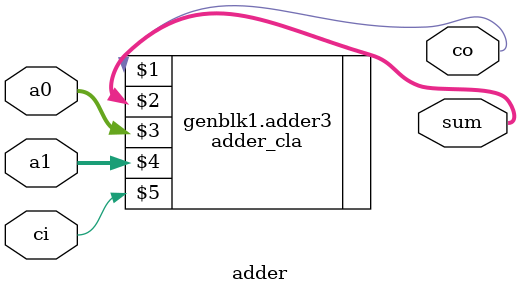
<source format=v>
module adder(co, sum, a0, a1, ci);
parameter N = 4;
output [N-1:0] sum;
output co;
input [N-1:0] a0, a1;
input ci;

generate
case (N)
	1: adder_1bit adder1(co, sum, a0, a1, ci);
	2: adder_2bit adder2(co, sum, a0, a1, ci);
	default: adder_cla #(N) adder3 (co, sum, a0, a1, ci);
endcase
endgenerate
endmodule

</source>
